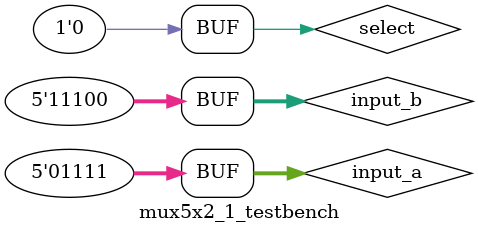
<source format=sv>
`timescale 1ns/10ps

module mux5x2_1(output_data, input_a, input_b, select);
    output logic [4:0] output_data; // 5-bit output based on select signal
    input logic [4:0] input_a, input_b; // Two 5-bit inputs for selection
    input logic select; // Selection signal to choose between input_a and input_b

    // Instantiate 5 instances of 2-to-1 multiplexers
    genvar bit_index;
    generate
        for (bit_index = 0; bit_index < 5; bit_index++) begin : gen_mux_each_bit
            mux2_1 bit_mux (
                .output_bit(output_data[bit_index]), // Output for this bit
                .input_bit_0(input_a[bit_index]),   // Input A for this bit
                .input_bit_1(input_b[bit_index]),   // Input B for this bit
                .select_bit(select)                 // Selection signal for this bit
            );
        end
    endgenerate
endmodule

// Testbench for the mux5x2_1 module
module mux5x2_1_testbench;
    logic [4:0] input_a, input_b, output_data;
    logic select;

    // Instantiate the Device Under Test (DUT)
    mux5x2_1 dut (
        .output_data(output_data),
        .input_a(input_a),
        .input_b(input_b),
        .select(select)
    );

    // Test scenarios
    initial begin
        // Test case with select = 1, expect output_data to match input_a
        input_a = 5'b11110; input_b = 5'b00100;
        select = 1'b1; #10;

        // Test case with select = 0, expect output_data to match input_b
        select = 1'b0; #10;

        // Another test case with select = 1
        input_a = 5'b01111; input_b = 5'b11100;
        select = 1'b1; #10;

        // Another test case with select = 0
        select = 1'b0; #10;
    end
endmodule
</source>
